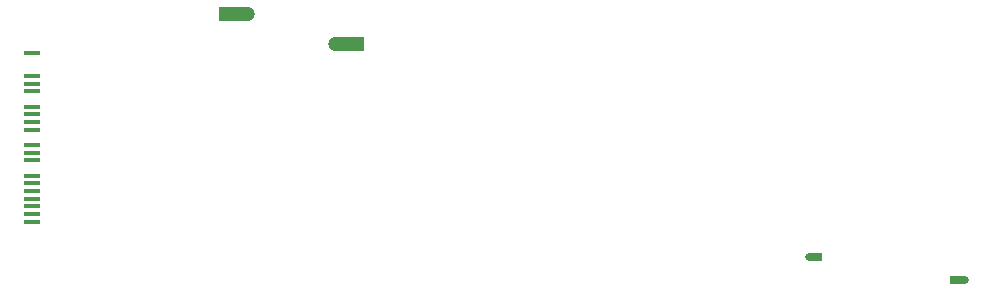
<source format=gbr>
%TF.GenerationSoftware,KiCad,Pcbnew,(6.0.7)*%
%TF.CreationDate,2023-11-27T18:07:28+01:00*%
%TF.ProjectId,rcp2n64adv2,72637032-6e36-4346-9164-76322e6b6963,v20231105*%
%TF.SameCoordinates,Original*%
%TF.FileFunction,Soldermask,Bot*%
%TF.FilePolarity,Negative*%
%FSLAX46Y46*%
G04 Gerber Fmt 4.6, Leading zero omitted, Abs format (unit mm)*
G04 Created by KiCad (PCBNEW (6.0.7)) date 2023-11-27 18:07:28*
%MOMM*%
%LPD*%
G01*
G04 APERTURE LIST*
%ADD10R,1.350000X0.450000*%
%ADD11C,0.450000*%
%ADD12C,1.200000*%
%ADD13R,2.540000X1.270000*%
%ADD14C,0.635000*%
%ADD15R,1.270000X0.635000*%
G04 APERTURE END LIST*
D10*
%TO.C,X2*%
X85985000Y-105980000D03*
D11*
X86435000Y-105980000D03*
X85760000Y-105980000D03*
%TD*%
D12*
%TO.C,J1*%
X104307500Y-90365000D03*
X103037500Y-90365000D03*
D13*
X103097500Y-90365000D03*
%TD*%
D14*
%TO.C,J5*%
X151790000Y-110880000D03*
D15*
X152320000Y-110880000D03*
D14*
X152485000Y-110880000D03*
%TD*%
D12*
%TO.C,J2*%
X112925000Y-92870000D03*
D13*
X112865000Y-92870000D03*
D12*
X111655000Y-92870000D03*
%TD*%
D10*
%TO.C,X1*%
X85980000Y-107930000D03*
D11*
X86430000Y-107930000D03*
X85755000Y-107930000D03*
D10*
X85980000Y-107280000D03*
D11*
X86430000Y-107280000D03*
X85755000Y-107280000D03*
X86430000Y-106630000D03*
X85755000Y-106630000D03*
D10*
X85980000Y-106630000D03*
X85980000Y-105330000D03*
D11*
X86430000Y-105330000D03*
X85755000Y-105330000D03*
X85755000Y-104680000D03*
X86430000Y-104680000D03*
D10*
X85980000Y-104680000D03*
X85980000Y-104030000D03*
D11*
X86430000Y-104030000D03*
X85755000Y-104030000D03*
X86430000Y-102730000D03*
X85755000Y-102730000D03*
D10*
X85980000Y-102730000D03*
D11*
X85755000Y-102080000D03*
X86430000Y-102080000D03*
D10*
X85980000Y-102080000D03*
X85980000Y-101430000D03*
D11*
X85755000Y-101430000D03*
X86430000Y-101430000D03*
X86430000Y-100130000D03*
X85755000Y-100130000D03*
D10*
X85980000Y-100130000D03*
D11*
X85755000Y-99480000D03*
D10*
X85980000Y-99480000D03*
D11*
X86430000Y-99480000D03*
X86430000Y-98830000D03*
X85755000Y-98830000D03*
D10*
X85980000Y-98830000D03*
D11*
X86430000Y-98180000D03*
D10*
X85980000Y-98180000D03*
D11*
X85755000Y-98180000D03*
X86430000Y-96880000D03*
D10*
X85980000Y-96880000D03*
D11*
X85755000Y-96880000D03*
X85755000Y-96230000D03*
X86430000Y-96230000D03*
D10*
X85980000Y-96230000D03*
D11*
X86430000Y-95580000D03*
X85755000Y-95580000D03*
D10*
X85980000Y-95580000D03*
X85980000Y-93630000D03*
D11*
X85755000Y-93630000D03*
X86430000Y-93630000D03*
%TD*%
D15*
%TO.C,J4*%
X164300000Y-112890000D03*
D14*
X164280000Y-112890000D03*
X164975000Y-112890000D03*
%TD*%
M02*

</source>
